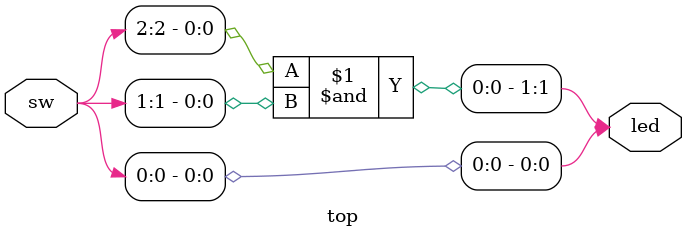
<source format=v>
module top(
    input [15:0] sw,
    output [15:0] led
);

    assign led[0] = sw[0];
    assign led[1] = sw[2] & sw[1]; //This makes it so that both switch 1 and 2 need to be flicked on for led 1 to turn on

endmodule

</source>
